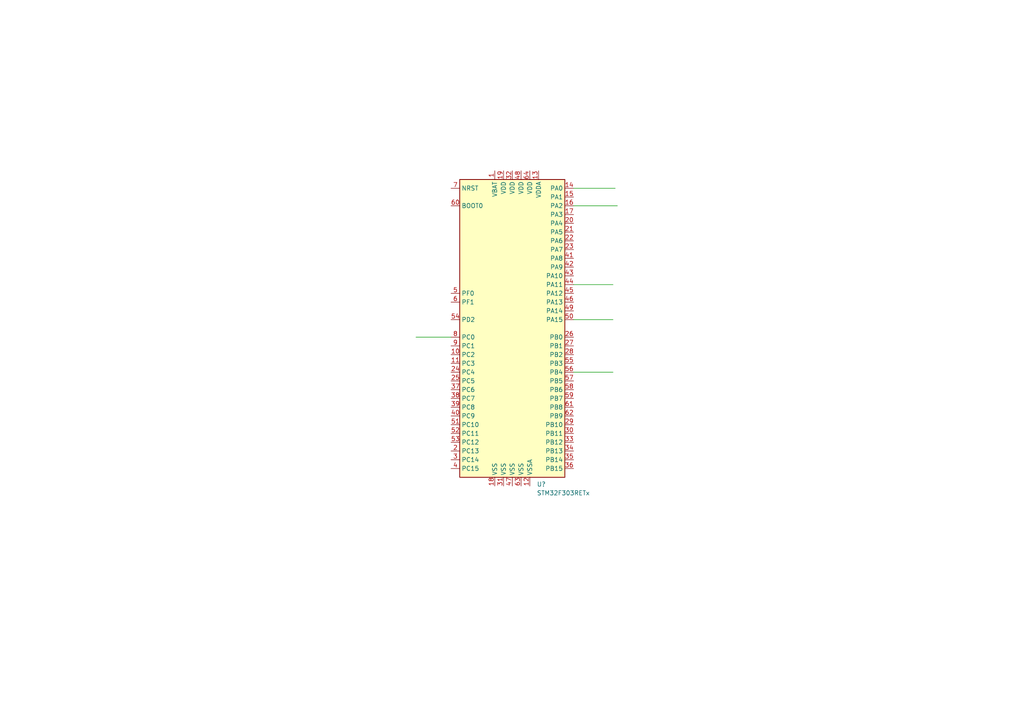
<source format=kicad_sch>
(kicad_sch (version 20211123) (generator eeschema)
  (paper "A4")
  (lib_symbols
    (symbol "MCU_ST_STM32F3:STM32F303RETx"
      (property "Reference" "U" (at -15.24 44.45 0))
      (property "Value" "STM32F303RETx" (at 10.16 44.45 0))
      (symbol "STM32F303RETx_0_1"
        (rectangle (start -15.24 -43.18) (end 15.24 43.18) (stroke (width 0.254)) (fill (type background)))
      )
      (symbol "STM32F303RETx_1_1"
        (pin power_in line (at -5.08 45.72 270) (length 2.54) (name "VBAT") (number "1"))
        (pin bidirectional line (at -17.78 -7.62 0) (length 2.54) (name "PC2") (number "10"))
        (pin bidirectional line (at -17.78 -10.16 0) (length 2.54) (name "PC3") (number "11"))
        (pin power_in line (at 5.08 -45.72 90) (length 2.54) (name "VSSA") (number "12"))
        (pin power_in line (at 7.62 45.72 270) (length 2.54) (name "VDDA") (number "13"))
        (pin bidirectional line (at 17.78 40.64 180) (length 2.54) (name "PA0") (number "14"))
        (pin bidirectional line (at 17.78 38.1 180) (length 2.54) (name "PA1") (number "15"))
        (pin bidirectional line (at 17.78 35.56 180) (length 2.54) (name "PA2") (number "16"))
        (pin bidirectional line (at 17.78 33.02 180) (length 2.54) (name "PA3") (number "17"))
        (pin power_in line (at -5.08 -45.72 90) (length 2.54) (name "VSS") (number "18"))
        (pin power_in line (at -2.54 45.72 270) (length 2.54) (name "VDD") (number "19"))
        (pin bidirectional line (at -17.78 -35.56 0) (length 2.54) (name "PC13") (number "2"))
        (pin bidirectional line (at 17.78 30.48 180) (length 2.54) (name "PA4") (number "20"))
        (pin bidirectional line (at 17.78 27.94 180) (length 2.54) (name "PA5") (number "21"))
        (pin bidirectional line (at 17.78 25.4 180) (length 2.54) (name "PA6") (number "22"))
        (pin bidirectional line (at 17.78 22.86 180) (length 2.54) (name "PA7") (number "23"))
        (pin bidirectional line (at -17.78 -12.7 0) (length 2.54) (name "PC4") (number "24"))
        (pin bidirectional line (at -17.78 -15.24 0) (length 2.54) (name "PC5") (number "25"))
        (pin bidirectional line (at 17.78 -2.54 180) (length 2.54) (name "PB0") (number "26"))
        (pin bidirectional line (at 17.78 -5.08 180) (length 2.54) (name "PB1") (number "27"))
        (pin bidirectional line (at 17.78 -7.62 180) (length 2.54) (name "PB2") (number "28"))
        (pin bidirectional line (at 17.78 -27.94 180) (length 2.54) (name "PB10") (number "29"))
        (pin bidirectional line (at -17.78 -38.1 0) (length 2.54) (name "PC14") (number "3"))
        (pin bidirectional line (at 17.78 -30.48 180) (length 2.54) (name "PB11") (number "30"))
        (pin power_in line (at -2.54 -45.72 90) (length 2.54) (name "VSS") (number "31"))
        (pin power_in line (at 0 45.72 270) (length 2.54) (name "VDD") (number "32"))
        (pin bidirectional line (at 17.78 -33.02 180) (length 2.54) (name "PB12") (number "33"))
        (pin bidirectional line (at 17.78 -35.56 180) (length 2.54) (name "PB13") (number "34"))
        (pin bidirectional line (at 17.78 -38.1 180) (length 2.54) (name "PB14") (number "35"))
        (pin bidirectional line (at 17.78 -40.64 180) (length 2.54) (name "PB15") (number "36"))
        (pin bidirectional line (at -17.78 -17.78 0) (length 2.54) (name "PC6") (number "37"))
        (pin bidirectional line (at -17.78 -20.32 0) (length 2.54) (name "PC7") (number "38"))
        (pin bidirectional line (at -17.78 -22.86 0) (length 2.54) (name "PC8") (number "39"))
        (pin bidirectional line (at -17.78 -40.64 0) (length 2.54) (name "PC15") (number "4"))
        (pin bidirectional line (at -17.78 -25.4 0) (length 2.54) (name "PC9") (number "40"))
        (pin bidirectional line (at 17.78 20.32 180) (length 2.54) (name "PA8") (number "41"))
        (pin bidirectional line (at 17.78 17.78 180) (length 2.54) (name "PA9") (number "42"))
        (pin bidirectional line (at 17.78 15.24 180) (length 2.54) (name "PA10") (number "43"))
        (pin bidirectional line (at 17.78 12.7 180) (length 2.54) (name "PA11") (number "44"))
        (pin bidirectional line (at 17.78 10.16 180) (length 2.54) (name "PA12") (number "45"))
        (pin bidirectional line (at 17.78 7.62 180) (length 2.54) (name "PA13") (number "46"))
        (pin power_in line (at 0 -45.72 90) (length 2.54) (name "VSS") (number "47"))
        (pin power_in line (at 2.54 45.72 270) (length 2.54) (name "VDD") (number "48"))
        (pin bidirectional line (at 17.78 5.08 180) (length 2.54) (name "PA14") (number "49"))
        (pin input line (at -17.78 10.16 0) (length 2.54) (name "PF0") (number "5"))
        (pin bidirectional line (at 17.78 2.54 180) (length 2.54) (name "PA15") (number "50"))
        (pin bidirectional line (at -17.78 -27.94 0) (length 2.54) (name "PC10") (number "51"))
        (pin bidirectional line (at -17.78 -30.48 0) (length 2.54) (name "PC11") (number "52"))
        (pin bidirectional line (at -17.78 -33.02 0) (length 2.54) (name "PC12") (number "53"))
        (pin bidirectional line (at -17.78 2.54 0) (length 2.54) (name "PD2") (number "54"))
        (pin bidirectional line (at 17.78 -10.16 180) (length 2.54) (name "PB3") (number "55"))
        (pin bidirectional line (at 17.78 -12.7 180) (length 2.54) (name "PB4") (number "56"))
        (pin bidirectional line (at 17.78 -15.24 180) (length 2.54) (name "PB5") (number "57"))
        (pin bidirectional line (at 17.78 -17.78 180) (length 2.54) (name "PB6") (number "58"))
        (pin bidirectional line (at 17.78 -20.32 180) (length 2.54) (name "PB7") (number "59"))
        (pin input line (at -17.78 7.62 0) (length 2.54) (name "PF1") (number "6"))
        (pin input line (at -17.78 35.56 0) (length 2.54) (name "BOOT0") (number "60"))
        (pin bidirectional line (at 17.78 -22.86 180) (length 2.54) (name "PB8") (number "61"))
        (pin bidirectional line (at 17.78 -25.4 180) (length 2.54) (name "PB9") (number "62"))
        (pin power_in line (at 2.54 -45.72 90) (length 2.54) (name "VSS") (number "63"))
        (pin power_in line (at 5.08 45.72 270) (length 2.54) (name "VDD") (number "64"))
        (pin input line (at -17.78 40.64 0) (length 2.54) (name "NRST") (number "7"))
        (pin bidirectional line (at -17.78 -2.54 0) (length 2.54) (name "PC0") (number "8"))
        (pin bidirectional line (at -17.78 -5.08 0) (length 2.54) (name "PC1") (number "9"))
      )
    )
  )
  (wire (pts (xy 166.37 54.61) (xy 178.435 54.61)))
  (wire (pts (xy 166.37 107.95) (xy 177.8 107.95)))
  (wire (pts (xy 166.37 59.69) (xy 179.07 59.69)))
  (wire (pts (xy 166.37 82.55) (xy 177.8 82.55)))
  (wire (pts (xy 120.65 97.79) (xy 130.81 97.79)))
  (wire (pts (xy 166.37 92.71) (xy 177.8 92.71)))
  (symbol (lib_id "MCU_ST_STM32F3:STM32F303RETx") (at 148.59 95.25 0) (unit 1)
    (property "Reference" "U?" (at 155.6894 140.4604 0) (effects (justify left)))
    (property "Value" "STM32F303RETx" (at 155.6894 142.9973 0) (effects (justify left)))
    (property "Footprint" "Package_QFP:LQFP-64_10x10mm_P0.5mm" (effects hide))
    (property "Datasheet" "http://www.st.com/st-web-ui/static/active/en/resource/technical/document/datasheet/DM00118585.pdf" (effects hide))
  )
)
</source>
